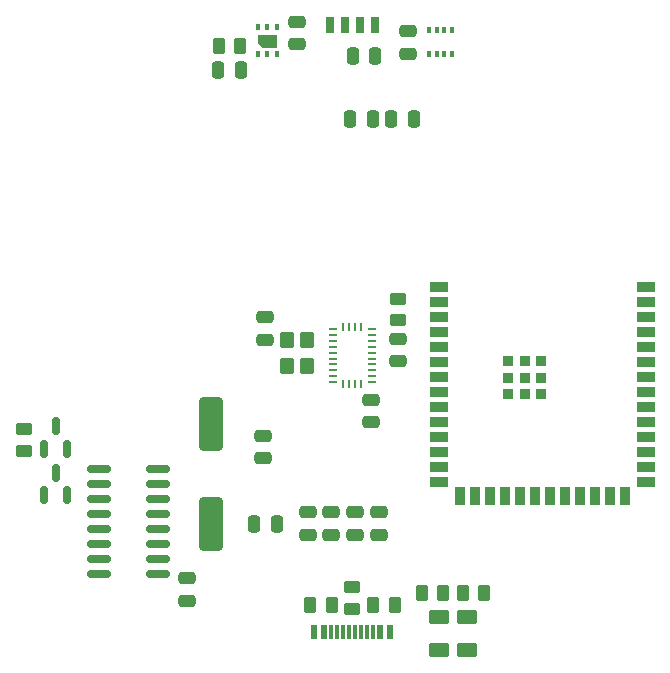
<source format=gbr>
%TF.GenerationSoftware,KiCad,Pcbnew,9.0.5*%
%TF.CreationDate,2026-01-03T13:47:43+01:00*%
%TF.ProjectId,CanSat,43616e53-6174-42e6-9b69-6361645f7063,rev?*%
%TF.SameCoordinates,Original*%
%TF.FileFunction,Paste,Top*%
%TF.FilePolarity,Positive*%
%FSLAX46Y46*%
G04 Gerber Fmt 4.6, Leading zero omitted, Abs format (unit mm)*
G04 Created by KiCad (PCBNEW 9.0.5) date 2026-01-03 13:47:43*
%MOMM*%
%LPD*%
G01*
G04 APERTURE LIST*
G04 Aperture macros list*
%AMRoundRect*
0 Rectangle with rounded corners*
0 $1 Rounding radius*
0 $2 $3 $4 $5 $6 $7 $8 $9 X,Y pos of 4 corners*
0 Add a 4 corners polygon primitive as box body*
4,1,4,$2,$3,$4,$5,$6,$7,$8,$9,$2,$3,0*
0 Add four circle primitives for the rounded corners*
1,1,$1+$1,$2,$3*
1,1,$1+$1,$4,$5*
1,1,$1+$1,$6,$7*
1,1,$1+$1,$8,$9*
0 Add four rect primitives between the rounded corners*
20,1,$1+$1,$2,$3,$4,$5,0*
20,1,$1+$1,$4,$5,$6,$7,0*
20,1,$1+$1,$6,$7,$8,$9,0*
20,1,$1+$1,$8,$9,$2,$3,0*%
G04 Aperture macros list end*
%ADD10C,0.010000*%
%ADD11RoundRect,0.250000X0.475000X-0.250000X0.475000X0.250000X-0.475000X0.250000X-0.475000X-0.250000X0*%
%ADD12RoundRect,0.250000X-0.350000X0.450000X-0.350000X-0.450000X0.350000X-0.450000X0.350000X0.450000X0*%
%ADD13RoundRect,0.250000X-0.475000X0.250000X-0.475000X-0.250000X0.475000X-0.250000X0.475000X0.250000X0*%
%ADD14RoundRect,0.250000X-0.250000X-0.475000X0.250000X-0.475000X0.250000X0.475000X-0.250000X0.475000X0*%
%ADD15RoundRect,0.250000X0.250000X0.475000X-0.250000X0.475000X-0.250000X-0.475000X0.250000X-0.475000X0*%
%ADD16RoundRect,0.150000X0.825000X0.150000X-0.825000X0.150000X-0.825000X-0.150000X0.825000X-0.150000X0*%
%ADD17RoundRect,0.250000X-0.450000X0.262500X-0.450000X-0.262500X0.450000X-0.262500X0.450000X0.262500X0*%
%ADD18RoundRect,0.250000X-0.262500X-0.450000X0.262500X-0.450000X0.262500X0.450000X-0.262500X0.450000X0*%
%ADD19RoundRect,0.250000X0.625000X-0.375000X0.625000X0.375000X-0.625000X0.375000X-0.625000X-0.375000X0*%
%ADD20RoundRect,0.150000X0.150000X-0.587500X0.150000X0.587500X-0.150000X0.587500X-0.150000X-0.587500X0*%
%ADD21RoundRect,0.250000X0.450000X-0.262500X0.450000X0.262500X-0.450000X0.262500X-0.450000X-0.262500X0*%
%ADD22R,0.700000X1.400000*%
%ADD23R,0.675000X0.254000*%
%ADD24R,0.254000X0.675000*%
%ADD25R,0.900000X0.900000*%
%ADD26R,1.500000X0.900000*%
%ADD27R,0.900000X1.500000*%
%ADD28R,0.400000X0.550000*%
%ADD29RoundRect,0.250000X-0.750000X2.000000X-0.750000X-2.000000X0.750000X-2.000000X0.750000X2.000000X0*%
%ADD30R,0.600000X1.160000*%
%ADD31R,0.300000X1.160000*%
%ADD32R,0.350000X0.500000*%
%ADD33RoundRect,0.250000X0.262500X0.450000X-0.262500X0.450000X-0.262500X-0.450000X0.262500X-0.450000X0*%
G04 APERTURE END LIST*
D10*
%TO.C,U2*%
X93550000Y-73875000D02*
X92350000Y-73875000D01*
X92050000Y-73575000D01*
X92050000Y-72825000D01*
X93550000Y-72825000D01*
X93550000Y-73875000D01*
G36*
X93550000Y-73875000D02*
G01*
X92350000Y-73875000D01*
X92050000Y-73575000D01*
X92050000Y-72825000D01*
X93550000Y-72825000D01*
X93550000Y-73875000D01*
G37*
%TD*%
D11*
%TO.C,C34*%
X96233977Y-113282118D03*
X96233977Y-115182118D03*
%TD*%
%TO.C,C44*%
X98233977Y-113282118D03*
X98233977Y-115182118D03*
%TD*%
D12*
%TO.C,U7*%
X94500000Y-98725000D03*
X94500000Y-100925000D03*
X96200000Y-100925000D03*
X96200000Y-98725000D03*
%TD*%
D13*
%TO.C,C43*%
X101600000Y-103750000D03*
X101600000Y-105650000D03*
%TD*%
D14*
%TO.C,C57*%
X91725000Y-114235000D03*
X93625000Y-114235000D03*
%TD*%
D15*
%TO.C,C45*%
X101750000Y-80000000D03*
X99850000Y-80000000D03*
%TD*%
D16*
%TO.C,U8*%
X83550000Y-118480000D03*
X83550000Y-117210000D03*
X83550000Y-115940000D03*
X83550000Y-114670000D03*
X83550000Y-113400000D03*
X83550000Y-112130000D03*
X83550000Y-110860000D03*
X83550000Y-109590000D03*
X78600000Y-109590000D03*
X78600000Y-110860000D03*
X78600000Y-112130000D03*
X78600000Y-113400000D03*
X78600000Y-114670000D03*
X78600000Y-115940000D03*
X78600000Y-117210000D03*
X78600000Y-118480000D03*
%TD*%
D11*
%TO.C,C16*%
X86000000Y-120750000D03*
X86000000Y-118850000D03*
%TD*%
D15*
%TO.C,C5*%
X90550000Y-75800000D03*
X88650000Y-75800000D03*
%TD*%
D17*
%TO.C,R10*%
X100011423Y-119603677D03*
X100011423Y-121428677D03*
%TD*%
D18*
%TO.C,R94*%
X105896400Y-120091200D03*
X107721400Y-120091200D03*
%TD*%
D19*
%TO.C,D5*%
X109753400Y-124894800D03*
X109753400Y-122094800D03*
%TD*%
D20*
%TO.C,Q2*%
X73939400Y-107873800D03*
X75839400Y-107873800D03*
X74889400Y-105998800D03*
%TD*%
D21*
%TO.C,R97*%
X103900000Y-97012500D03*
X103900000Y-95187500D03*
%TD*%
D22*
%TO.C,U1*%
X101900000Y-72000000D03*
X100630000Y-72000000D03*
X99360000Y-72000000D03*
X98090000Y-72000000D03*
%TD*%
D18*
%TO.C,R93*%
X109350800Y-120091200D03*
X111175800Y-120091200D03*
%TD*%
D11*
%TO.C,C19*%
X92600000Y-98650000D03*
X92600000Y-96750000D03*
%TD*%
D23*
%TO.C,U23*%
X98337500Y-102250000D03*
D24*
X99250000Y-102387500D03*
X99750000Y-102387500D03*
X100250000Y-102387500D03*
X100750000Y-102387500D03*
D23*
X101662500Y-102250000D03*
X101662500Y-101750000D03*
X101662500Y-101250000D03*
X101662500Y-100750000D03*
X101662500Y-100250000D03*
X101662500Y-99750000D03*
X101662500Y-99250000D03*
X101662500Y-98750000D03*
X101662500Y-98250000D03*
X101662500Y-97750000D03*
D24*
X100750000Y-97612500D03*
X100250000Y-97612500D03*
X99750000Y-97612500D03*
X99250000Y-97612500D03*
D23*
X98337500Y-97750000D03*
X98337500Y-98250000D03*
X98337500Y-98750000D03*
X98337500Y-99250000D03*
X98337500Y-99750000D03*
X98337500Y-100250000D03*
X98337500Y-100750000D03*
X98337500Y-101250000D03*
X98337500Y-101750000D03*
%TD*%
D14*
%TO.C,C8*%
X103300000Y-80000000D03*
X105200000Y-80000000D03*
%TD*%
D21*
%TO.C,R8*%
X72237600Y-108075100D03*
X72237600Y-106250100D03*
%TD*%
D13*
%TO.C,C1*%
X104700000Y-72550000D03*
X104700000Y-74450000D03*
%TD*%
D20*
%TO.C,Q1*%
X73939400Y-111810800D03*
X75839400Y-111810800D03*
X74889400Y-109935800D03*
%TD*%
D19*
%TO.C,D1*%
X107315000Y-124894800D03*
X107315000Y-122094800D03*
%TD*%
D18*
%TO.C,R98*%
X88687500Y-73800000D03*
X90512500Y-73800000D03*
%TD*%
D25*
%TO.C,U3*%
X113216000Y-100476400D03*
X113216000Y-101876400D03*
X113216000Y-103276400D03*
X114616000Y-100476400D03*
X114616000Y-101876400D03*
X114616000Y-103276400D03*
X116016000Y-100476400D03*
X116016000Y-101876400D03*
X116016000Y-103276400D03*
D26*
X107366000Y-94156400D03*
X107366000Y-95426400D03*
X107366000Y-96696400D03*
X107366000Y-97966400D03*
X107366000Y-99236400D03*
X107366000Y-100506400D03*
X107366000Y-101776400D03*
X107366000Y-103046400D03*
X107366000Y-104316400D03*
X107366000Y-105586400D03*
X107366000Y-106856400D03*
X107366000Y-108126400D03*
X107366000Y-109396400D03*
X107366000Y-110666400D03*
D27*
X109131000Y-111916400D03*
X110401000Y-111916400D03*
X111671000Y-111916400D03*
X112941000Y-111916400D03*
X114211000Y-111916400D03*
X115481000Y-111916400D03*
X116751000Y-111916400D03*
X118021000Y-111916400D03*
X119291000Y-111916400D03*
X120561000Y-111916400D03*
X121831000Y-111916400D03*
X123101000Y-111916400D03*
D26*
X124866000Y-110666400D03*
X124866000Y-109396400D03*
X124866000Y-108126400D03*
X124866000Y-106856400D03*
X124866000Y-105586400D03*
X124866000Y-104316400D03*
X124866000Y-103046400D03*
X124866000Y-101776400D03*
X124866000Y-100506400D03*
X124866000Y-99236400D03*
X124866000Y-97966400D03*
X124866000Y-96696400D03*
X124866000Y-95426400D03*
X124866000Y-94156400D03*
%TD*%
D11*
%TO.C,C46*%
X100233977Y-115182118D03*
X100233977Y-113282118D03*
%TD*%
D13*
%TO.C,C56*%
X92456000Y-106796800D03*
X92456000Y-108696800D03*
%TD*%
D28*
%TO.C,U2*%
X92000000Y-74500000D03*
X92800000Y-74500000D03*
X93600000Y-74500000D03*
X93600000Y-72200000D03*
X92800000Y-72200000D03*
X92000000Y-72200000D03*
%TD*%
D13*
%TO.C,C7*%
X95300000Y-71750000D03*
X95300000Y-73650000D03*
%TD*%
D18*
%TO.C,R26*%
X96445700Y-121132600D03*
X98270700Y-121132600D03*
%TD*%
D29*
%TO.C,Y2*%
X88075000Y-105785000D03*
X88075000Y-114285000D03*
%TD*%
D30*
%TO.C,J12*%
X96800000Y-123415000D03*
X97600000Y-123415000D03*
D31*
X98750000Y-123415000D03*
X99750000Y-123415000D03*
X100250000Y-123415000D03*
X101250000Y-123415000D03*
D30*
X102400000Y-123415000D03*
X103200000Y-123415000D03*
X103200000Y-123415000D03*
X102400000Y-123415000D03*
D31*
X101750000Y-123415000D03*
X100750000Y-123415000D03*
X99250000Y-123415000D03*
X98250000Y-123415000D03*
D30*
X97600000Y-123415000D03*
X96800000Y-123415000D03*
%TD*%
D11*
%TO.C,C47*%
X102233977Y-115182118D03*
X102233977Y-113282118D03*
%TD*%
%TO.C,C42*%
X103900000Y-100500000D03*
X103900000Y-98600000D03*
%TD*%
D15*
%TO.C,C4*%
X101950000Y-74600000D03*
X100050000Y-74600000D03*
%TD*%
D32*
%TO.C,U21*%
X106500000Y-72402000D03*
X107150000Y-72402000D03*
X107800000Y-72402000D03*
X108450000Y-72402000D03*
X108450000Y-74452000D03*
X107800000Y-74452000D03*
X107150000Y-74452000D03*
X106500000Y-74452000D03*
%TD*%
D33*
%TO.C,R9*%
X103589938Y-121152279D03*
X101764938Y-121152279D03*
%TD*%
M02*

</source>
